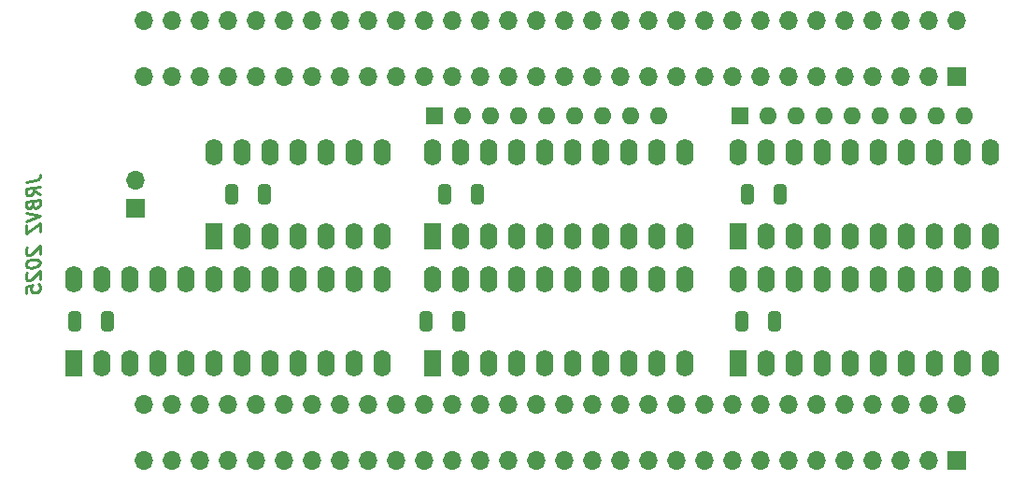
<source format=gbs>
G04 #@! TF.GenerationSoftware,KiCad,Pcbnew,8.0.6*
G04 #@! TF.CreationDate,2025-02-16T15:02:21+05:00*
G04 #@! TF.ProjectId,MegaCD-Connect BD Remake,4d656761-4344-42d4-936f-6e6e65637420,rev?*
G04 #@! TF.SameCoordinates,Original*
G04 #@! TF.FileFunction,Soldermask,Bot*
G04 #@! TF.FilePolarity,Negative*
%FSLAX46Y46*%
G04 Gerber Fmt 4.6, Leading zero omitted, Abs format (unit mm)*
G04 Created by KiCad (PCBNEW 8.0.6) date 2025-02-16 15:02:21*
%MOMM*%
%LPD*%
G01*
G04 APERTURE LIST*
G04 Aperture macros list*
%AMRoundRect*
0 Rectangle with rounded corners*
0 $1 Rounding radius*
0 $2 $3 $4 $5 $6 $7 $8 $9 X,Y pos of 4 corners*
0 Add a 4 corners polygon primitive as box body*
4,1,4,$2,$3,$4,$5,$6,$7,$8,$9,$2,$3,0*
0 Add four circle primitives for the rounded corners*
1,1,$1+$1,$2,$3*
1,1,$1+$1,$4,$5*
1,1,$1+$1,$6,$7*
1,1,$1+$1,$8,$9*
0 Add four rect primitives between the rounded corners*
20,1,$1+$1,$2,$3,$4,$5,0*
20,1,$1+$1,$4,$5,$6,$7,0*
20,1,$1+$1,$6,$7,$8,$9,0*
20,1,$1+$1,$8,$9,$2,$3,0*%
G04 Aperture macros list end*
%ADD10C,0.240000*%
%ADD11R,1.600000X2.400000*%
%ADD12O,1.600000X2.400000*%
%ADD13R,1.700000X1.700000*%
%ADD14O,1.700000X1.700000*%
%ADD15R,1.600000X1.600000*%
%ADD16O,1.600000X1.600000*%
%ADD17RoundRect,0.250000X-0.325000X-0.650000X0.325000X-0.650000X0.325000X0.650000X-0.325000X0.650000X0*%
%ADD18RoundRect,0.250000X0.325000X0.650000X-0.325000X0.650000X-0.325000X-0.650000X0.325000X-0.650000X0*%
G04 APERTURE END LIST*
D10*
X108383424Y-89714227D02*
X109311996Y-89598155D01*
X109311996Y-89598155D02*
X109497710Y-89517798D01*
X109497710Y-89517798D02*
X109621520Y-89388036D01*
X109621520Y-89388036D02*
X109683424Y-89208870D01*
X109683424Y-89208870D02*
X109683424Y-89094584D01*
X109683424Y-90808870D02*
X109064377Y-90486251D01*
X109683424Y-90123156D02*
X108383424Y-90285656D01*
X108383424Y-90285656D02*
X108383424Y-90742799D01*
X108383424Y-90742799D02*
X108445329Y-90849346D01*
X108445329Y-90849346D02*
X108507234Y-90898751D01*
X108507234Y-90898751D02*
X108631043Y-90940418D01*
X108631043Y-90940418D02*
X108816758Y-90917203D01*
X108816758Y-90917203D02*
X108940567Y-90844584D01*
X108940567Y-90844584D02*
X109002472Y-90779703D01*
X109002472Y-90779703D02*
X109064377Y-90657680D01*
X109064377Y-90657680D02*
X109064377Y-90200537D01*
X109002472Y-91808275D02*
X109064377Y-91971965D01*
X109064377Y-91971965D02*
X109126281Y-92021370D01*
X109126281Y-92021370D02*
X109250091Y-92063037D01*
X109250091Y-92063037D02*
X109435805Y-92039822D01*
X109435805Y-92039822D02*
X109559615Y-91967203D01*
X109559615Y-91967203D02*
X109621520Y-91902322D01*
X109621520Y-91902322D02*
X109683424Y-91780299D01*
X109683424Y-91780299D02*
X109683424Y-91323156D01*
X109683424Y-91323156D02*
X108383424Y-91485656D01*
X108383424Y-91485656D02*
X108383424Y-91885656D01*
X108383424Y-91885656D02*
X108445329Y-91992203D01*
X108445329Y-91992203D02*
X108507234Y-92041608D01*
X108507234Y-92041608D02*
X108631043Y-92083275D01*
X108631043Y-92083275D02*
X108754853Y-92067799D01*
X108754853Y-92067799D02*
X108878662Y-91995180D01*
X108878662Y-91995180D02*
X108940567Y-91930299D01*
X108940567Y-91930299D02*
X109002472Y-91808275D01*
X109002472Y-91808275D02*
X109002472Y-91408275D01*
X108383424Y-92514227D02*
X109683424Y-92751727D01*
X109683424Y-92751727D02*
X108383424Y-93314227D01*
X108383424Y-93599941D02*
X108383424Y-94399941D01*
X108383424Y-94399941D02*
X109683424Y-93437441D01*
X109683424Y-93437441D02*
X109683424Y-94237441D01*
X108507234Y-95698751D02*
X108445329Y-95763632D01*
X108445329Y-95763632D02*
X108383424Y-95885655D01*
X108383424Y-95885655D02*
X108383424Y-96171370D01*
X108383424Y-96171370D02*
X108445329Y-96277917D01*
X108445329Y-96277917D02*
X108507234Y-96327322D01*
X108507234Y-96327322D02*
X108631043Y-96368989D01*
X108631043Y-96368989D02*
X108754853Y-96353513D01*
X108754853Y-96353513D02*
X108940567Y-96273155D01*
X108940567Y-96273155D02*
X109683424Y-95494584D01*
X109683424Y-95494584D02*
X109683424Y-96237441D01*
X108383424Y-97142798D02*
X108383424Y-97257084D01*
X108383424Y-97257084D02*
X108445329Y-97363631D01*
X108445329Y-97363631D02*
X108507234Y-97413036D01*
X108507234Y-97413036D02*
X108631043Y-97454703D01*
X108631043Y-97454703D02*
X108878662Y-97480893D01*
X108878662Y-97480893D02*
X109188186Y-97442203D01*
X109188186Y-97442203D02*
X109435805Y-97354108D01*
X109435805Y-97354108D02*
X109559615Y-97281489D01*
X109559615Y-97281489D02*
X109621520Y-97216608D01*
X109621520Y-97216608D02*
X109683424Y-97094584D01*
X109683424Y-97094584D02*
X109683424Y-96980298D01*
X109683424Y-96980298D02*
X109621520Y-96873751D01*
X109621520Y-96873751D02*
X109559615Y-96824346D01*
X109559615Y-96824346D02*
X109435805Y-96782679D01*
X109435805Y-96782679D02*
X109188186Y-96756489D01*
X109188186Y-96756489D02*
X108878662Y-96795179D01*
X108878662Y-96795179D02*
X108631043Y-96883274D01*
X108631043Y-96883274D02*
X108507234Y-96955893D01*
X108507234Y-96955893D02*
X108445329Y-97020774D01*
X108445329Y-97020774D02*
X108383424Y-97142798D01*
X108507234Y-97984465D02*
X108445329Y-98049346D01*
X108445329Y-98049346D02*
X108383424Y-98171369D01*
X108383424Y-98171369D02*
X108383424Y-98457084D01*
X108383424Y-98457084D02*
X108445329Y-98563631D01*
X108445329Y-98563631D02*
X108507234Y-98613036D01*
X108507234Y-98613036D02*
X108631043Y-98654703D01*
X108631043Y-98654703D02*
X108754853Y-98639227D01*
X108754853Y-98639227D02*
X108940567Y-98558869D01*
X108940567Y-98558869D02*
X109683424Y-97780298D01*
X109683424Y-97780298D02*
X109683424Y-98523155D01*
X108383424Y-99771369D02*
X108383424Y-99199941D01*
X108383424Y-99199941D02*
X109002472Y-99065417D01*
X109002472Y-99065417D02*
X108940567Y-99130298D01*
X108940567Y-99130298D02*
X108878662Y-99252322D01*
X108878662Y-99252322D02*
X108878662Y-99538036D01*
X108878662Y-99538036D02*
X108940567Y-99644584D01*
X108940567Y-99644584D02*
X109002472Y-99693988D01*
X109002472Y-99693988D02*
X109126281Y-99735655D01*
X109126281Y-99735655D02*
X109435805Y-99696965D01*
X109435805Y-99696965D02*
X109559615Y-99624345D01*
X109559615Y-99624345D02*
X109621520Y-99559465D01*
X109621520Y-99559465D02*
X109683424Y-99437441D01*
X109683424Y-99437441D02*
X109683424Y-99151726D01*
X109683424Y-99151726D02*
X109621520Y-99045179D01*
X109621520Y-99045179D02*
X109559615Y-98995774D01*
D11*
X145288000Y-94615000D03*
D12*
X147828000Y-94615000D03*
X150368000Y-94615000D03*
X152908000Y-94615000D03*
X155448000Y-94615000D03*
X157988000Y-94615000D03*
X160528000Y-94615000D03*
X163068000Y-94615000D03*
X165608000Y-94615000D03*
X168148000Y-94615000D03*
X168148000Y-86995000D03*
X165608000Y-86995000D03*
X163068000Y-86995000D03*
X160528000Y-86995000D03*
X157988000Y-86995000D03*
X155448000Y-86995000D03*
X152908000Y-86995000D03*
X150368000Y-86995000D03*
X147828000Y-86995000D03*
X145288000Y-86995000D03*
D11*
X125476000Y-94615000D03*
D12*
X128016000Y-94615000D03*
X130556000Y-94615000D03*
X133096000Y-94615000D03*
X135636000Y-94615000D03*
X138176000Y-94615000D03*
X140716000Y-94615000D03*
X140716000Y-86995000D03*
X138176000Y-86995000D03*
X135636000Y-86995000D03*
X133096000Y-86995000D03*
X130556000Y-86995000D03*
X128016000Y-86995000D03*
X125476000Y-86995000D03*
D11*
X172974000Y-106172000D03*
D12*
X175514000Y-106172000D03*
X178054000Y-106172000D03*
X180594000Y-106172000D03*
X183134000Y-106172000D03*
X185674000Y-106172000D03*
X188214000Y-106172000D03*
X190754000Y-106172000D03*
X193294000Y-106172000D03*
X195834000Y-106172000D03*
X195834000Y-98552000D03*
X193294000Y-98552000D03*
X190754000Y-98552000D03*
X188214000Y-98552000D03*
X185674000Y-98552000D03*
X183134000Y-98552000D03*
X180594000Y-98552000D03*
X178054000Y-98552000D03*
X175514000Y-98552000D03*
X172974000Y-98552000D03*
D13*
X118364000Y-92080000D03*
D14*
X118364000Y-89540000D03*
D11*
X145288000Y-106172000D03*
D12*
X147828000Y-106172000D03*
X150368000Y-106172000D03*
X152908000Y-106172000D03*
X155448000Y-106172000D03*
X157988000Y-106172000D03*
X160528000Y-106172000D03*
X163068000Y-106172000D03*
X165608000Y-106172000D03*
X168148000Y-106172000D03*
X168148000Y-98552000D03*
X165608000Y-98552000D03*
X163068000Y-98552000D03*
X160528000Y-98552000D03*
X157988000Y-98552000D03*
X155448000Y-98552000D03*
X152908000Y-98552000D03*
X150368000Y-98552000D03*
X147828000Y-98552000D03*
X145288000Y-98552000D03*
D15*
X173101000Y-83693000D03*
D16*
X175641000Y-83693000D03*
X178181000Y-83693000D03*
X180721000Y-83693000D03*
X183261000Y-83693000D03*
X185801000Y-83693000D03*
X188341000Y-83693000D03*
X190881000Y-83693000D03*
X193421000Y-83693000D03*
D13*
X192786000Y-80137000D03*
D14*
X190246000Y-80137000D03*
X187706000Y-80137000D03*
X185166000Y-80137000D03*
X182626000Y-80137000D03*
X180086000Y-80137000D03*
X177546000Y-80137000D03*
X175006000Y-80137000D03*
X172466000Y-80137000D03*
X169926000Y-80137000D03*
X167386000Y-80137000D03*
X164846000Y-80137000D03*
X162306000Y-80137000D03*
X159766000Y-80137000D03*
X157226000Y-80137000D03*
X154686000Y-80137000D03*
X152146000Y-80137000D03*
X149606000Y-80137000D03*
X147066000Y-80137000D03*
X144526000Y-80137000D03*
X141986000Y-80137000D03*
X139446000Y-80137000D03*
X136906000Y-80137000D03*
X134366000Y-80137000D03*
X131826000Y-80137000D03*
X129286000Y-80137000D03*
X126746000Y-80137000D03*
X124206000Y-80137000D03*
X121666000Y-80137000D03*
X119126000Y-80137000D03*
X192786000Y-75057000D03*
X190246000Y-75057000D03*
X187706000Y-75057000D03*
X185166000Y-75057000D03*
X182626000Y-75057000D03*
X180086000Y-75057000D03*
X177546000Y-75057000D03*
X175006000Y-75057000D03*
X172466000Y-75057000D03*
X169926000Y-75057000D03*
X167386000Y-75057000D03*
X164846000Y-75057000D03*
X162306000Y-75057000D03*
X159766000Y-75057000D03*
X157226000Y-75057000D03*
X154686000Y-75057000D03*
X152146000Y-75057000D03*
X149606000Y-75057000D03*
X147066000Y-75057000D03*
X144526000Y-75057000D03*
X141986000Y-75057000D03*
X139446000Y-75057000D03*
X136906000Y-75057000D03*
X134366000Y-75057000D03*
X131826000Y-75057000D03*
X129286000Y-75057000D03*
X126746000Y-75057000D03*
X124206000Y-75057000D03*
X121666000Y-75057000D03*
X119126000Y-75057000D03*
D15*
X145415000Y-83693000D03*
D16*
X147955000Y-83693000D03*
X150495000Y-83693000D03*
X153035000Y-83693000D03*
X155575000Y-83693000D03*
X158115000Y-83693000D03*
X160655000Y-83693000D03*
X163195000Y-83693000D03*
X165735000Y-83693000D03*
D11*
X112776000Y-106162000D03*
D12*
X115316000Y-106162000D03*
X117856000Y-106162000D03*
X120396000Y-106162000D03*
X122936000Y-106162000D03*
X125476000Y-106162000D03*
X128016000Y-106162000D03*
X130556000Y-106162000D03*
X133096000Y-106162000D03*
X135636000Y-106162000D03*
X138176000Y-106162000D03*
X140716000Y-106162000D03*
X140716000Y-98542000D03*
X138176000Y-98542000D03*
X135636000Y-98542000D03*
X133096000Y-98542000D03*
X130556000Y-98542000D03*
X128016000Y-98542000D03*
X125476000Y-98542000D03*
X122936000Y-98542000D03*
X120396000Y-98542000D03*
X117856000Y-98542000D03*
X115316000Y-98542000D03*
X112776000Y-98542000D03*
D11*
X172974000Y-94615000D03*
D12*
X175514000Y-94615000D03*
X178054000Y-94615000D03*
X180594000Y-94615000D03*
X183134000Y-94615000D03*
X185674000Y-94615000D03*
X188214000Y-94615000D03*
X190754000Y-94615000D03*
X193294000Y-94615000D03*
X195834000Y-94615000D03*
X195834000Y-86995000D03*
X193294000Y-86995000D03*
X190754000Y-86995000D03*
X188214000Y-86995000D03*
X185674000Y-86995000D03*
X183134000Y-86995000D03*
X180594000Y-86995000D03*
X178054000Y-86995000D03*
X175514000Y-86995000D03*
X172974000Y-86995000D03*
D13*
X192786000Y-114935000D03*
D14*
X190246000Y-114935000D03*
X187706000Y-114935000D03*
X185166000Y-114935000D03*
X182626000Y-114935000D03*
X180086000Y-114935000D03*
X177546000Y-114935000D03*
X175006000Y-114935000D03*
X172466000Y-114935000D03*
X169926000Y-114935000D03*
X167386000Y-114935000D03*
X164846000Y-114935000D03*
X162306000Y-114935000D03*
X159766000Y-114935000D03*
X157226000Y-114935000D03*
X154686000Y-114935000D03*
X152146000Y-114935000D03*
X149606000Y-114935000D03*
X147066000Y-114935000D03*
X144526000Y-114935000D03*
X141986000Y-114935000D03*
X139446000Y-114935000D03*
X136906000Y-114935000D03*
X134366000Y-114935000D03*
X131826000Y-114935000D03*
X129286000Y-114935000D03*
X126746000Y-114935000D03*
X124206000Y-114935000D03*
X121666000Y-114935000D03*
X119126000Y-114935000D03*
X192786000Y-109855000D03*
X190246000Y-109855000D03*
X187706000Y-109855000D03*
X185166000Y-109855000D03*
X182626000Y-109855000D03*
X180086000Y-109855000D03*
X177546000Y-109855000D03*
X175006000Y-109855000D03*
X172466000Y-109855000D03*
X169926000Y-109855000D03*
X167386000Y-109855000D03*
X164846000Y-109855000D03*
X162306000Y-109855000D03*
X159766000Y-109855000D03*
X157226000Y-109855000D03*
X154686000Y-109855000D03*
X152146000Y-109855000D03*
X149606000Y-109855000D03*
X147066000Y-109855000D03*
X144526000Y-109855000D03*
X141986000Y-109855000D03*
X139446000Y-109855000D03*
X136906000Y-109855000D03*
X134366000Y-109855000D03*
X131826000Y-109855000D03*
X129286000Y-109855000D03*
X126746000Y-109855000D03*
X124206000Y-109855000D03*
X121666000Y-109855000D03*
X119126000Y-109855000D03*
D17*
X173785000Y-90805000D03*
X176735000Y-90805000D03*
X127049000Y-90805000D03*
X129999000Y-90805000D03*
X146353000Y-90805000D03*
X149303000Y-90805000D03*
D18*
X147652000Y-102362000D03*
X144702000Y-102362000D03*
D17*
X112825000Y-102362000D03*
X115775000Y-102362000D03*
X173277000Y-102362000D03*
X176227000Y-102362000D03*
M02*

</source>
